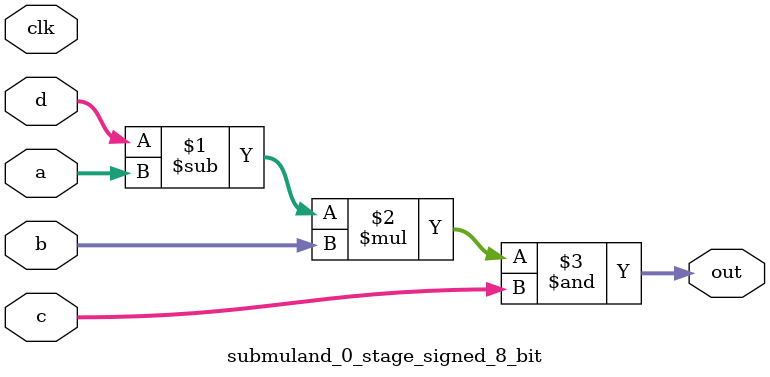
<source format=sv>
(* use_dsp = "yes" *) module submuland_0_stage_signed_8_bit(
	input signed [7:0] a,
	input signed [7:0] b,
	input signed [7:0] c,
	input signed [7:0] d,
	output [7:0] out,
	input clk);

	assign out = ((d - a) * b) & c;
endmodule

</source>
